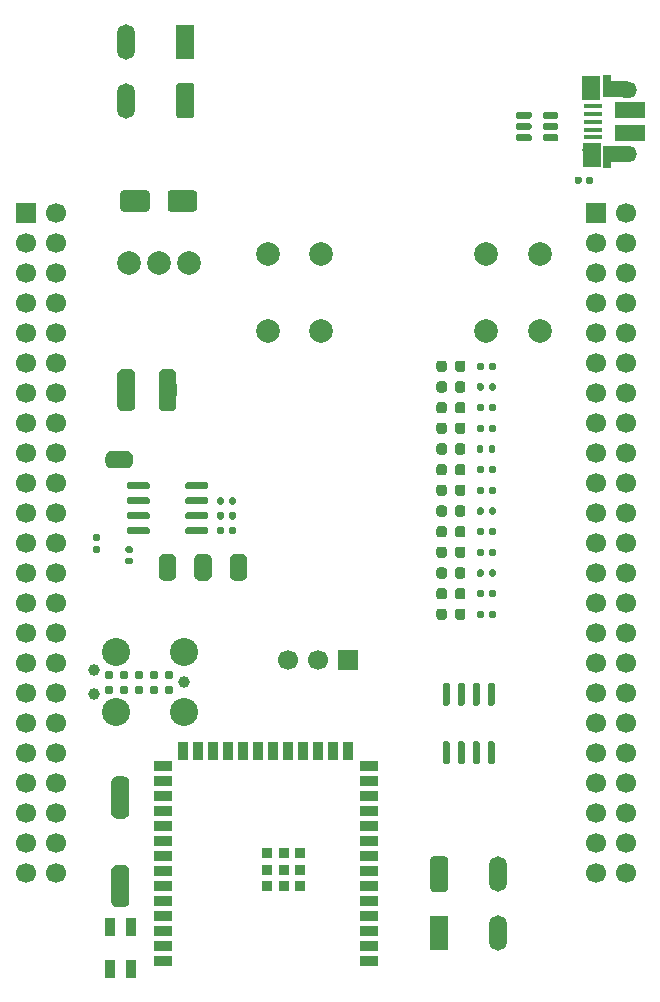
<source format=gts>
G04 #@! TF.GenerationSoftware,KiCad,Pcbnew,9.0.1+1*
G04 #@! TF.CreationDate,2025-11-21T01:45:35+00:00*
G04 #@! TF.ProjectId,com4bbb,636f6d34-6262-4622-9e6b-696361645f70,rev?*
G04 #@! TF.SameCoordinates,Original*
G04 #@! TF.FileFunction,Soldermask,Top*
G04 #@! TF.FilePolarity,Negative*
%FSLAX46Y46*%
G04 Gerber Fmt 4.6, Leading zero omitted, Abs format (unit mm)*
G04 Created by KiCad (PCBNEW 9.0.1+1) date 2025-11-21 01:45:35*
%MOMM*%
%LPD*%
G01*
G04 APERTURE LIST*
%ADD10R,1.700000X1.700000*%
%ADD11C,1.700000*%
%ADD12R,1.500000X3.000000*%
%ADD13O,1.500000X3.000000*%
%ADD14R,1.500000X1.000000*%
%ADD15C,2.000000*%
%ADD16R,0.850000X1.600000*%
%ADD17R,1.500000X0.900000*%
%ADD18R,0.900000X1.500000*%
%ADD19R,0.900000X0.900000*%
%ADD20C,2.374900*%
%ADD21C,0.990600*%
%ADD22C,0.787400*%
%ADD23R,1.650000X0.400000*%
%ADD24R,0.700000X1.825000*%
%ADD25R,1.500000X2.000000*%
%ADD26R,2.000000X1.350000*%
%ADD27O,1.700000X1.350000*%
%ADD28O,1.500000X1.100000*%
%ADD29R,2.500000X1.430000*%
G04 APERTURE END LIST*
G36*
X124120100Y-78132400D02*
G01*
X125620100Y-78132400D01*
X125620100Y-76632400D01*
X124120100Y-76632400D01*
X124120100Y-78132400D01*
G37*
G36*
X129120100Y-76632400D02*
G01*
X127620100Y-76632400D01*
X127620100Y-78132400D01*
X129120100Y-78132400D01*
X129120100Y-76632400D01*
G37*
G36*
X123620100Y-120132400D02*
G01*
X125120100Y-120132400D01*
X125120100Y-118632400D01*
X123620100Y-118632400D01*
X123620100Y-120132400D01*
G37*
G36*
X123620100Y-112632400D02*
G01*
X125120100Y-112632400D01*
X125120100Y-111132400D01*
X123620100Y-111132400D01*
X123620100Y-112632400D01*
G37*
G36*
X129120100Y-92232400D02*
G01*
X127620100Y-92232400D01*
X127620100Y-92532400D01*
X129120100Y-92532400D01*
X129120100Y-92232400D01*
G37*
G36*
X135120100Y-92232400D02*
G01*
X133620100Y-92232400D01*
X133620100Y-92532400D01*
X135120100Y-92532400D01*
X135120100Y-92232400D01*
G37*
G36*
X132120100Y-92232400D02*
G01*
X130620100Y-92232400D01*
X130620100Y-92532400D01*
X132120100Y-92532400D01*
X132120100Y-92232400D01*
G37*
G36*
X124120100Y-82532400D02*
G01*
X124420100Y-82532400D01*
X124420100Y-84032400D01*
X124120100Y-84032400D01*
X124120100Y-82532400D01*
G37*
D10*
X164630100Y-62382400D03*
D11*
X167170100Y-62382400D03*
X164630100Y-64922400D03*
X167170100Y-64922400D03*
X164630100Y-67462400D03*
X167170100Y-67462400D03*
X164630100Y-70002400D03*
X167170100Y-70002400D03*
X164630100Y-72542400D03*
X167170100Y-72542400D03*
X164630100Y-75082400D03*
X167170100Y-75082400D03*
X164630100Y-77622400D03*
X167170100Y-77622400D03*
X164630100Y-80162400D03*
X167170100Y-80162400D03*
X164630100Y-82702400D03*
X167170100Y-82702400D03*
X164630100Y-85242400D03*
X167170100Y-85242400D03*
X164630100Y-87782400D03*
X167170100Y-87782400D03*
X164630100Y-90322400D03*
X167170100Y-90322400D03*
X164630100Y-92862400D03*
X167170100Y-92862400D03*
X164630100Y-95402400D03*
X167170100Y-95402400D03*
X164630100Y-97942400D03*
X167170100Y-97942400D03*
X164630100Y-100482400D03*
X167170100Y-100482400D03*
X164630100Y-103022400D03*
X167170100Y-103022400D03*
X164630100Y-105562400D03*
X167170100Y-105562400D03*
X164630100Y-108102400D03*
X167170100Y-108102400D03*
X164630100Y-110642400D03*
X167170100Y-110642400D03*
X164630100Y-113182400D03*
X167170100Y-113182400D03*
X164630100Y-115722400D03*
X167170100Y-115722400D03*
X164630100Y-118262400D03*
X167170100Y-118262400D03*
D10*
X116370100Y-62382400D03*
D11*
X118910100Y-62382400D03*
X116370100Y-64922400D03*
X118910100Y-64922400D03*
X116370100Y-67462400D03*
X118910100Y-67462400D03*
X116370100Y-70002400D03*
X118910100Y-70002400D03*
X116370100Y-72542400D03*
X118910100Y-72542400D03*
X116370100Y-75082400D03*
X118910100Y-75082400D03*
X116370100Y-77622400D03*
X118910100Y-77622400D03*
X116370100Y-80162400D03*
X118910100Y-80162400D03*
X116370100Y-82702400D03*
X118910100Y-82702400D03*
X116370100Y-85242400D03*
X118910100Y-85242400D03*
X116370100Y-87782400D03*
X118910100Y-87782400D03*
X116370100Y-90322400D03*
X118910100Y-90322400D03*
X116370100Y-92862400D03*
X118910100Y-92862400D03*
X116370100Y-95402400D03*
X118910100Y-95402400D03*
X116370100Y-97942400D03*
X118910100Y-97942400D03*
X116370100Y-100482400D03*
X118910100Y-100482400D03*
X116370100Y-103022400D03*
X118910100Y-103022400D03*
X116370100Y-105562400D03*
X118910100Y-105562400D03*
X116370100Y-108102400D03*
X118910100Y-108102400D03*
X116370100Y-110642400D03*
X118910100Y-110642400D03*
X116370100Y-113182400D03*
X118910100Y-113182400D03*
X116370100Y-115722400D03*
X118910100Y-115722400D03*
X116370100Y-118262400D03*
X118910100Y-118262400D03*
G36*
G01*
X124950100Y-90622400D02*
X125290100Y-90622400D01*
G75*
G02*
X125430100Y-90762400I0J-140000D01*
G01*
X125430100Y-91042400D01*
G75*
G02*
X125290100Y-91182400I-140000J0D01*
G01*
X124950100Y-91182400D01*
G75*
G02*
X124810100Y-91042400I0J140000D01*
G01*
X124810100Y-90762400D01*
G75*
G02*
X124950100Y-90622400I140000J0D01*
G01*
G37*
G36*
G01*
X124950100Y-91582400D02*
X125290100Y-91582400D01*
G75*
G02*
X125430100Y-91722400I0J-140000D01*
G01*
X125430100Y-92002400D01*
G75*
G02*
X125290100Y-92142400I-140000J0D01*
G01*
X124950100Y-92142400D01*
G75*
G02*
X124810100Y-92002400I0J140000D01*
G01*
X124810100Y-91722400D01*
G75*
G02*
X124950100Y-91582400I140000J0D01*
G01*
G37*
G36*
G01*
X150620100Y-119632399D02*
X150620100Y-117132401D01*
G75*
G02*
X150870101Y-116882400I250001J0D01*
G01*
X151870099Y-116882400D01*
G75*
G02*
X152120100Y-117132401I0J-250001D01*
G01*
X152120100Y-119632399D01*
G75*
G02*
X151870099Y-119882400I-250001J0D01*
G01*
X150870101Y-119882400D01*
G75*
G02*
X150620100Y-119632399I0J250001D01*
G01*
G37*
D12*
X151370100Y-123382400D03*
D13*
X156370100Y-118382400D03*
X156370100Y-123382400D03*
G36*
X125620100Y-78132400D02*
G01*
X125620100Y-78682400D01*
X125615822Y-78682400D01*
X125615822Y-78747663D01*
X125582040Y-78873742D01*
X125516777Y-78986781D01*
X125424481Y-79079077D01*
X125311442Y-79144340D01*
X125185363Y-79178122D01*
X125120100Y-79178122D01*
X125120100Y-79182400D01*
X124620100Y-79182400D01*
X124620100Y-79178122D01*
X124554837Y-79178122D01*
X124428758Y-79144340D01*
X124315719Y-79079077D01*
X124223423Y-78986781D01*
X124158160Y-78873742D01*
X124124378Y-78747663D01*
X124124378Y-78682400D01*
X124120100Y-78682400D01*
X124120100Y-78132400D01*
X125620100Y-78132400D01*
G37*
D14*
X124870100Y-77382400D03*
G36*
X124124378Y-76082400D02*
G01*
X124124378Y-76017137D01*
X124158160Y-75891058D01*
X124223423Y-75778019D01*
X124315719Y-75685723D01*
X124428758Y-75620460D01*
X124554837Y-75586678D01*
X124620100Y-75586678D01*
X124620100Y-75582400D01*
X125120100Y-75582400D01*
X125120100Y-75586678D01*
X125185363Y-75586678D01*
X125311442Y-75620460D01*
X125424481Y-75685723D01*
X125516777Y-75778019D01*
X125582040Y-75891058D01*
X125615822Y-76017137D01*
X125615822Y-76082400D01*
X125620100Y-76082400D01*
X125620100Y-76632400D01*
X124120100Y-76632400D01*
X124120100Y-76082400D01*
X124124378Y-76082400D01*
G37*
G36*
X127620100Y-76632400D02*
G01*
X127620100Y-76082400D01*
X127624378Y-76082400D01*
X127624378Y-76017137D01*
X127658160Y-75891058D01*
X127723423Y-75778019D01*
X127815719Y-75685723D01*
X127928758Y-75620460D01*
X128054837Y-75586678D01*
X128120100Y-75586678D01*
X128120100Y-75582400D01*
X128620100Y-75582400D01*
X128620100Y-75586678D01*
X128685363Y-75586678D01*
X128811442Y-75620460D01*
X128924481Y-75685723D01*
X129016777Y-75778019D01*
X129082040Y-75891058D01*
X129115822Y-76017137D01*
X129115822Y-76082400D01*
X129120100Y-76082400D01*
X129120100Y-76632400D01*
X127620100Y-76632400D01*
G37*
X128370100Y-77382400D03*
G36*
X129115822Y-78682400D02*
G01*
X129115822Y-78747663D01*
X129082040Y-78873742D01*
X129016777Y-78986781D01*
X128924481Y-79079077D01*
X128811442Y-79144340D01*
X128685363Y-79178122D01*
X128620100Y-79178122D01*
X128620100Y-79182400D01*
X128120100Y-79182400D01*
X128120100Y-79178122D01*
X128054837Y-79178122D01*
X127928758Y-79144340D01*
X127815719Y-79079077D01*
X127723423Y-78986781D01*
X127658160Y-78873742D01*
X127624378Y-78747663D01*
X127624378Y-78682400D01*
X127620100Y-78682400D01*
X127620100Y-78132400D01*
X129120100Y-78132400D01*
X129120100Y-78682400D01*
X129115822Y-78682400D01*
G37*
G36*
X125120100Y-120132400D02*
G01*
X125120100Y-120682400D01*
X125115822Y-120682400D01*
X125115822Y-120747663D01*
X125082040Y-120873742D01*
X125016777Y-120986781D01*
X124924481Y-121079077D01*
X124811442Y-121144340D01*
X124685363Y-121178122D01*
X124620100Y-121178122D01*
X124620100Y-121182400D01*
X124120100Y-121182400D01*
X124120100Y-121178122D01*
X124054837Y-121178122D01*
X123928758Y-121144340D01*
X123815719Y-121079077D01*
X123723423Y-120986781D01*
X123658160Y-120873742D01*
X123624378Y-120747663D01*
X123624378Y-120682400D01*
X123620100Y-120682400D01*
X123620100Y-120132400D01*
X125120100Y-120132400D01*
G37*
X124370100Y-119382400D03*
G36*
X123624378Y-118082400D02*
G01*
X123624378Y-118017137D01*
X123658160Y-117891058D01*
X123723423Y-117778019D01*
X123815719Y-117685723D01*
X123928758Y-117620460D01*
X124054837Y-117586678D01*
X124120100Y-117586678D01*
X124120100Y-117582400D01*
X124620100Y-117582400D01*
X124620100Y-117586678D01*
X124685363Y-117586678D01*
X124811442Y-117620460D01*
X124924481Y-117685723D01*
X125016777Y-117778019D01*
X125082040Y-117891058D01*
X125115822Y-118017137D01*
X125115822Y-118082400D01*
X125120100Y-118082400D01*
X125120100Y-118632400D01*
X123620100Y-118632400D01*
X123620100Y-118082400D01*
X123624378Y-118082400D01*
G37*
G36*
X125120100Y-112632400D02*
G01*
X125120100Y-113182400D01*
X125115822Y-113182400D01*
X125115822Y-113247663D01*
X125082040Y-113373742D01*
X125016777Y-113486781D01*
X124924481Y-113579077D01*
X124811442Y-113644340D01*
X124685363Y-113678122D01*
X124620100Y-113678122D01*
X124620100Y-113682400D01*
X124120100Y-113682400D01*
X124120100Y-113678122D01*
X124054837Y-113678122D01*
X123928758Y-113644340D01*
X123815719Y-113579077D01*
X123723423Y-113486781D01*
X123658160Y-113373742D01*
X123624378Y-113247663D01*
X123624378Y-113182400D01*
X123620100Y-113182400D01*
X123620100Y-112632400D01*
X125120100Y-112632400D01*
G37*
X124370100Y-111882400D03*
G36*
X123624378Y-110582400D02*
G01*
X123624378Y-110517137D01*
X123658160Y-110391058D01*
X123723423Y-110278019D01*
X123815719Y-110185723D01*
X123928758Y-110120460D01*
X124054837Y-110086678D01*
X124120100Y-110086678D01*
X124120100Y-110082400D01*
X124620100Y-110082400D01*
X124620100Y-110086678D01*
X124685363Y-110086678D01*
X124811442Y-110120460D01*
X124924481Y-110185723D01*
X125016777Y-110278019D01*
X125082040Y-110391058D01*
X125115822Y-110517137D01*
X125115822Y-110582400D01*
X125120100Y-110582400D01*
X125120100Y-111132400D01*
X123620100Y-111132400D01*
X123620100Y-110582400D01*
X123624378Y-110582400D01*
G37*
G36*
X127620100Y-92232400D02*
G01*
X127620100Y-91732400D01*
X127624378Y-91732400D01*
X127624378Y-91667137D01*
X127658160Y-91541058D01*
X127723423Y-91428019D01*
X127815719Y-91335723D01*
X127928758Y-91270460D01*
X128054837Y-91236678D01*
X128120100Y-91236678D01*
X128120100Y-91232400D01*
X128620100Y-91232400D01*
X128620100Y-91236678D01*
X128685363Y-91236678D01*
X128811442Y-91270460D01*
X128924481Y-91335723D01*
X129016777Y-91428019D01*
X129082040Y-91541058D01*
X129115822Y-91667137D01*
X129115822Y-91732400D01*
X129120100Y-91732400D01*
X129120100Y-92232400D01*
X127620100Y-92232400D01*
G37*
G36*
X129115822Y-93032400D02*
G01*
X129115822Y-93097663D01*
X129082040Y-93223742D01*
X129016777Y-93336781D01*
X128924481Y-93429077D01*
X128811442Y-93494340D01*
X128685363Y-93528122D01*
X128620100Y-93528122D01*
X128620100Y-93532400D01*
X128120100Y-93532400D01*
X128120100Y-93528122D01*
X128054837Y-93528122D01*
X127928758Y-93494340D01*
X127815719Y-93429077D01*
X127723423Y-93336781D01*
X127658160Y-93223742D01*
X127624378Y-93097663D01*
X127624378Y-93032400D01*
X127620100Y-93032400D01*
X127620100Y-92532400D01*
X129120100Y-92532400D01*
X129120100Y-93032400D01*
X129115822Y-93032400D01*
G37*
G36*
X133620100Y-92232400D02*
G01*
X133620100Y-91732400D01*
X133624378Y-91732400D01*
X133624378Y-91667137D01*
X133658160Y-91541058D01*
X133723423Y-91428019D01*
X133815719Y-91335723D01*
X133928758Y-91270460D01*
X134054837Y-91236678D01*
X134120100Y-91236678D01*
X134120100Y-91232400D01*
X134620100Y-91232400D01*
X134620100Y-91236678D01*
X134685363Y-91236678D01*
X134811442Y-91270460D01*
X134924481Y-91335723D01*
X135016777Y-91428019D01*
X135082040Y-91541058D01*
X135115822Y-91667137D01*
X135115822Y-91732400D01*
X135120100Y-91732400D01*
X135120100Y-92232400D01*
X133620100Y-92232400D01*
G37*
G36*
X135115822Y-93032400D02*
G01*
X135115822Y-93097663D01*
X135082040Y-93223742D01*
X135016777Y-93336781D01*
X134924481Y-93429077D01*
X134811442Y-93494340D01*
X134685363Y-93528122D01*
X134620100Y-93528122D01*
X134620100Y-93532400D01*
X134120100Y-93532400D01*
X134120100Y-93528122D01*
X134054837Y-93528122D01*
X133928758Y-93494340D01*
X133815719Y-93429077D01*
X133723423Y-93336781D01*
X133658160Y-93223742D01*
X133624378Y-93097663D01*
X133624378Y-93032400D01*
X133620100Y-93032400D01*
X133620100Y-92532400D01*
X135120100Y-92532400D01*
X135120100Y-93032400D01*
X135115822Y-93032400D01*
G37*
G36*
G01*
X154590100Y-75567400D02*
X154590100Y-75197400D01*
G75*
G02*
X154725100Y-75062400I135000J0D01*
G01*
X154995100Y-75062400D01*
G75*
G02*
X155130100Y-75197400I0J-135000D01*
G01*
X155130100Y-75567400D01*
G75*
G02*
X154995100Y-75702400I-135000J0D01*
G01*
X154725100Y-75702400D01*
G75*
G02*
X154590100Y-75567400I0J135000D01*
G01*
G37*
G36*
G01*
X155610100Y-75567400D02*
X155610100Y-75197400D01*
G75*
G02*
X155745100Y-75062400I135000J0D01*
G01*
X156015100Y-75062400D01*
G75*
G02*
X156150100Y-75197400I0J-135000D01*
G01*
X156150100Y-75567400D01*
G75*
G02*
X156015100Y-75702400I-135000J0D01*
G01*
X155745100Y-75702400D01*
G75*
G02*
X155610100Y-75567400I0J135000D01*
G01*
G37*
G36*
G01*
X154590100Y-77317400D02*
X154590100Y-76947400D01*
G75*
G02*
X154725100Y-76812400I135000J0D01*
G01*
X154995100Y-76812400D01*
G75*
G02*
X155130100Y-76947400I0J-135000D01*
G01*
X155130100Y-77317400D01*
G75*
G02*
X154995100Y-77452400I-135000J0D01*
G01*
X154725100Y-77452400D01*
G75*
G02*
X154590100Y-77317400I0J135000D01*
G01*
G37*
G36*
G01*
X155610100Y-77317400D02*
X155610100Y-76947400D01*
G75*
G02*
X155745100Y-76812400I135000J0D01*
G01*
X156015100Y-76812400D01*
G75*
G02*
X156150100Y-76947400I0J-135000D01*
G01*
X156150100Y-77317400D01*
G75*
G02*
X156015100Y-77452400I-135000J0D01*
G01*
X155745100Y-77452400D01*
G75*
G02*
X155610100Y-77317400I0J135000D01*
G01*
G37*
G36*
G01*
X154590100Y-80817400D02*
X154590100Y-80447400D01*
G75*
G02*
X154725100Y-80312400I135000J0D01*
G01*
X154995100Y-80312400D01*
G75*
G02*
X155130100Y-80447400I0J-135000D01*
G01*
X155130100Y-80817400D01*
G75*
G02*
X154995100Y-80952400I-135000J0D01*
G01*
X154725100Y-80952400D01*
G75*
G02*
X154590100Y-80817400I0J135000D01*
G01*
G37*
G36*
G01*
X155610100Y-80817400D02*
X155610100Y-80447400D01*
G75*
G02*
X155745100Y-80312400I135000J0D01*
G01*
X156015100Y-80312400D01*
G75*
G02*
X156150100Y-80447400I0J-135000D01*
G01*
X156150100Y-80817400D01*
G75*
G02*
X156015100Y-80952400I-135000J0D01*
G01*
X155745100Y-80952400D01*
G75*
G02*
X155610100Y-80817400I0J135000D01*
G01*
G37*
D15*
X155370100Y-72382400D03*
X155370100Y-65882400D03*
X159870100Y-72382400D03*
X159870100Y-65882400D03*
X136870100Y-72382400D03*
X136870100Y-65882400D03*
X141370100Y-72382400D03*
X141370100Y-65882400D03*
G36*
G01*
X131820100Y-89137400D02*
X131820100Y-89437400D01*
G75*
G02*
X131670100Y-89587400I-150000J0D01*
G01*
X130020100Y-89587400D01*
G75*
G02*
X129870100Y-89437400I0J150000D01*
G01*
X129870100Y-89137400D01*
G75*
G02*
X130020100Y-88987400I150000J0D01*
G01*
X131670100Y-88987400D01*
G75*
G02*
X131820100Y-89137400I0J-150000D01*
G01*
G37*
G36*
G01*
X131820100Y-87867400D02*
X131820100Y-88167400D01*
G75*
G02*
X131670100Y-88317400I-150000J0D01*
G01*
X130020100Y-88317400D01*
G75*
G02*
X129870100Y-88167400I0J150000D01*
G01*
X129870100Y-87867400D01*
G75*
G02*
X130020100Y-87717400I150000J0D01*
G01*
X131670100Y-87717400D01*
G75*
G02*
X131820100Y-87867400I0J-150000D01*
G01*
G37*
G36*
G01*
X131820100Y-86597400D02*
X131820100Y-86897400D01*
G75*
G02*
X131670100Y-87047400I-150000J0D01*
G01*
X130020100Y-87047400D01*
G75*
G02*
X129870100Y-86897400I0J150000D01*
G01*
X129870100Y-86597400D01*
G75*
G02*
X130020100Y-86447400I150000J0D01*
G01*
X131670100Y-86447400D01*
G75*
G02*
X131820100Y-86597400I0J-150000D01*
G01*
G37*
G36*
G01*
X131820100Y-85327400D02*
X131820100Y-85627400D01*
G75*
G02*
X131670100Y-85777400I-150000J0D01*
G01*
X130020100Y-85777400D01*
G75*
G02*
X129870100Y-85627400I0J150000D01*
G01*
X129870100Y-85327400D01*
G75*
G02*
X130020100Y-85177400I150000J0D01*
G01*
X131670100Y-85177400D01*
G75*
G02*
X131820100Y-85327400I0J-150000D01*
G01*
G37*
G36*
G01*
X126870100Y-85327400D02*
X126870100Y-85627400D01*
G75*
G02*
X126720100Y-85777400I-150000J0D01*
G01*
X125070100Y-85777400D01*
G75*
G02*
X124920100Y-85627400I0J150000D01*
G01*
X124920100Y-85327400D01*
G75*
G02*
X125070100Y-85177400I150000J0D01*
G01*
X126720100Y-85177400D01*
G75*
G02*
X126870100Y-85327400I0J-150000D01*
G01*
G37*
G36*
G01*
X126870100Y-86597400D02*
X126870100Y-86897400D01*
G75*
G02*
X126720100Y-87047400I-150000J0D01*
G01*
X125070100Y-87047400D01*
G75*
G02*
X124920100Y-86897400I0J150000D01*
G01*
X124920100Y-86597400D01*
G75*
G02*
X125070100Y-86447400I150000J0D01*
G01*
X126720100Y-86447400D01*
G75*
G02*
X126870100Y-86597400I0J-150000D01*
G01*
G37*
G36*
G01*
X126870100Y-87867400D02*
X126870100Y-88167400D01*
G75*
G02*
X126720100Y-88317400I-150000J0D01*
G01*
X125070100Y-88317400D01*
G75*
G02*
X124920100Y-88167400I0J150000D01*
G01*
X124920100Y-87867400D01*
G75*
G02*
X125070100Y-87717400I150000J0D01*
G01*
X126720100Y-87717400D01*
G75*
G02*
X126870100Y-87867400I0J-150000D01*
G01*
G37*
G36*
G01*
X126870100Y-89137400D02*
X126870100Y-89437400D01*
G75*
G02*
X126720100Y-89587400I-150000J0D01*
G01*
X125070100Y-89587400D01*
G75*
G02*
X124920100Y-89437400I0J150000D01*
G01*
X124920100Y-89137400D01*
G75*
G02*
X125070100Y-88987400I150000J0D01*
G01*
X126720100Y-88987400D01*
G75*
G02*
X126870100Y-89137400I0J-150000D01*
G01*
G37*
G36*
G01*
X153595100Y-75126150D02*
X153595100Y-75638650D01*
G75*
G02*
X153376350Y-75857400I-218750J0D01*
G01*
X152938850Y-75857400D01*
G75*
G02*
X152720100Y-75638650I0J218750D01*
G01*
X152720100Y-75126150D01*
G75*
G02*
X152938850Y-74907400I218750J0D01*
G01*
X153376350Y-74907400D01*
G75*
G02*
X153595100Y-75126150I0J-218750D01*
G01*
G37*
G36*
G01*
X152020100Y-75126150D02*
X152020100Y-75638650D01*
G75*
G02*
X151801350Y-75857400I-218750J0D01*
G01*
X151363850Y-75857400D01*
G75*
G02*
X151145100Y-75638650I0J218750D01*
G01*
X151145100Y-75126150D01*
G75*
G02*
X151363850Y-74907400I218750J0D01*
G01*
X151801350Y-74907400D01*
G75*
G02*
X152020100Y-75126150I0J-218750D01*
G01*
G37*
G36*
G01*
X153595100Y-76876150D02*
X153595100Y-77388650D01*
G75*
G02*
X153376350Y-77607400I-218750J0D01*
G01*
X152938850Y-77607400D01*
G75*
G02*
X152720100Y-77388650I0J218750D01*
G01*
X152720100Y-76876150D01*
G75*
G02*
X152938850Y-76657400I218750J0D01*
G01*
X153376350Y-76657400D01*
G75*
G02*
X153595100Y-76876150I0J-218750D01*
G01*
G37*
G36*
G01*
X152020100Y-76876150D02*
X152020100Y-77388650D01*
G75*
G02*
X151801350Y-77607400I-218750J0D01*
G01*
X151363850Y-77607400D01*
G75*
G02*
X151145100Y-77388650I0J218750D01*
G01*
X151145100Y-76876150D01*
G75*
G02*
X151363850Y-76657400I218750J0D01*
G01*
X151801350Y-76657400D01*
G75*
G02*
X152020100Y-76876150I0J-218750D01*
G01*
G37*
G36*
G01*
X153595100Y-78626150D02*
X153595100Y-79138650D01*
G75*
G02*
X153376350Y-79357400I-218750J0D01*
G01*
X152938850Y-79357400D01*
G75*
G02*
X152720100Y-79138650I0J218750D01*
G01*
X152720100Y-78626150D01*
G75*
G02*
X152938850Y-78407400I218750J0D01*
G01*
X153376350Y-78407400D01*
G75*
G02*
X153595100Y-78626150I0J-218750D01*
G01*
G37*
G36*
G01*
X152020100Y-78626150D02*
X152020100Y-79138650D01*
G75*
G02*
X151801350Y-79357400I-218750J0D01*
G01*
X151363850Y-79357400D01*
G75*
G02*
X151145100Y-79138650I0J218750D01*
G01*
X151145100Y-78626150D01*
G75*
G02*
X151363850Y-78407400I218750J0D01*
G01*
X151801350Y-78407400D01*
G75*
G02*
X152020100Y-78626150I0J-218750D01*
G01*
G37*
G36*
G01*
X153595100Y-80376150D02*
X153595100Y-80888650D01*
G75*
G02*
X153376350Y-81107400I-218750J0D01*
G01*
X152938850Y-81107400D01*
G75*
G02*
X152720100Y-80888650I0J218750D01*
G01*
X152720100Y-80376150D01*
G75*
G02*
X152938850Y-80157400I218750J0D01*
G01*
X153376350Y-80157400D01*
G75*
G02*
X153595100Y-80376150I0J-218750D01*
G01*
G37*
G36*
G01*
X152020100Y-80376150D02*
X152020100Y-80888650D01*
G75*
G02*
X151801350Y-81107400I-218750J0D01*
G01*
X151363850Y-81107400D01*
G75*
G02*
X151145100Y-80888650I0J218750D01*
G01*
X151145100Y-80376150D01*
G75*
G02*
X151363850Y-80157400I218750J0D01*
G01*
X151801350Y-80157400D01*
G75*
G02*
X152020100Y-80376150I0J-218750D01*
G01*
G37*
G36*
G01*
X153595100Y-82126150D02*
X153595100Y-82638650D01*
G75*
G02*
X153376350Y-82857400I-218750J0D01*
G01*
X152938850Y-82857400D01*
G75*
G02*
X152720100Y-82638650I0J218750D01*
G01*
X152720100Y-82126150D01*
G75*
G02*
X152938850Y-81907400I218750J0D01*
G01*
X153376350Y-81907400D01*
G75*
G02*
X153595100Y-82126150I0J-218750D01*
G01*
G37*
G36*
G01*
X152020100Y-82126150D02*
X152020100Y-82638650D01*
G75*
G02*
X151801350Y-82857400I-218750J0D01*
G01*
X151363850Y-82857400D01*
G75*
G02*
X151145100Y-82638650I0J218750D01*
G01*
X151145100Y-82126150D01*
G75*
G02*
X151363850Y-81907400I218750J0D01*
G01*
X151801350Y-81907400D01*
G75*
G02*
X152020100Y-82126150I0J-218750D01*
G01*
G37*
G36*
G01*
X153595100Y-83876150D02*
X153595100Y-84388650D01*
G75*
G02*
X153376350Y-84607400I-218750J0D01*
G01*
X152938850Y-84607400D01*
G75*
G02*
X152720100Y-84388650I0J218750D01*
G01*
X152720100Y-83876150D01*
G75*
G02*
X152938850Y-83657400I218750J0D01*
G01*
X153376350Y-83657400D01*
G75*
G02*
X153595100Y-83876150I0J-218750D01*
G01*
G37*
G36*
G01*
X152020100Y-83876150D02*
X152020100Y-84388650D01*
G75*
G02*
X151801350Y-84607400I-218750J0D01*
G01*
X151363850Y-84607400D01*
G75*
G02*
X151145100Y-84388650I0J218750D01*
G01*
X151145100Y-83876150D01*
G75*
G02*
X151363850Y-83657400I218750J0D01*
G01*
X151801350Y-83657400D01*
G75*
G02*
X152020100Y-83876150I0J-218750D01*
G01*
G37*
G36*
G01*
X153595100Y-85626150D02*
X153595100Y-86138650D01*
G75*
G02*
X153376350Y-86357400I-218750J0D01*
G01*
X152938850Y-86357400D01*
G75*
G02*
X152720100Y-86138650I0J218750D01*
G01*
X152720100Y-85626150D01*
G75*
G02*
X152938850Y-85407400I218750J0D01*
G01*
X153376350Y-85407400D01*
G75*
G02*
X153595100Y-85626150I0J-218750D01*
G01*
G37*
G36*
G01*
X152020100Y-85626150D02*
X152020100Y-86138650D01*
G75*
G02*
X151801350Y-86357400I-218750J0D01*
G01*
X151363850Y-86357400D01*
G75*
G02*
X151145100Y-86138650I0J218750D01*
G01*
X151145100Y-85626150D01*
G75*
G02*
X151363850Y-85407400I218750J0D01*
G01*
X151801350Y-85407400D01*
G75*
G02*
X152020100Y-85626150I0J-218750D01*
G01*
G37*
G36*
G01*
X153595100Y-87376150D02*
X153595100Y-87888650D01*
G75*
G02*
X153376350Y-88107400I-218750J0D01*
G01*
X152938850Y-88107400D01*
G75*
G02*
X152720100Y-87888650I0J218750D01*
G01*
X152720100Y-87376150D01*
G75*
G02*
X152938850Y-87157400I218750J0D01*
G01*
X153376350Y-87157400D01*
G75*
G02*
X153595100Y-87376150I0J-218750D01*
G01*
G37*
G36*
G01*
X152020100Y-87376150D02*
X152020100Y-87888650D01*
G75*
G02*
X151801350Y-88107400I-218750J0D01*
G01*
X151363850Y-88107400D01*
G75*
G02*
X151145100Y-87888650I0J218750D01*
G01*
X151145100Y-87376150D01*
G75*
G02*
X151363850Y-87157400I218750J0D01*
G01*
X151801350Y-87157400D01*
G75*
G02*
X152020100Y-87376150I0J-218750D01*
G01*
G37*
G36*
G01*
X153595100Y-89126150D02*
X153595100Y-89638650D01*
G75*
G02*
X153376350Y-89857400I-218750J0D01*
G01*
X152938850Y-89857400D01*
G75*
G02*
X152720100Y-89638650I0J218750D01*
G01*
X152720100Y-89126150D01*
G75*
G02*
X152938850Y-88907400I218750J0D01*
G01*
X153376350Y-88907400D01*
G75*
G02*
X153595100Y-89126150I0J-218750D01*
G01*
G37*
G36*
G01*
X152020100Y-89126150D02*
X152020100Y-89638650D01*
G75*
G02*
X151801350Y-89857400I-218750J0D01*
G01*
X151363850Y-89857400D01*
G75*
G02*
X151145100Y-89638650I0J218750D01*
G01*
X151145100Y-89126150D01*
G75*
G02*
X151363850Y-88907400I218750J0D01*
G01*
X151801350Y-88907400D01*
G75*
G02*
X152020100Y-89126150I0J-218750D01*
G01*
G37*
G36*
G01*
X153595100Y-90876150D02*
X153595100Y-91388650D01*
G75*
G02*
X153376350Y-91607400I-218750J0D01*
G01*
X152938850Y-91607400D01*
G75*
G02*
X152720100Y-91388650I0J218750D01*
G01*
X152720100Y-90876150D01*
G75*
G02*
X152938850Y-90657400I218750J0D01*
G01*
X153376350Y-90657400D01*
G75*
G02*
X153595100Y-90876150I0J-218750D01*
G01*
G37*
G36*
G01*
X152020100Y-90876150D02*
X152020100Y-91388650D01*
G75*
G02*
X151801350Y-91607400I-218750J0D01*
G01*
X151363850Y-91607400D01*
G75*
G02*
X151145100Y-91388650I0J218750D01*
G01*
X151145100Y-90876150D01*
G75*
G02*
X151363850Y-90657400I218750J0D01*
G01*
X151801350Y-90657400D01*
G75*
G02*
X152020100Y-90876150I0J-218750D01*
G01*
G37*
G36*
G01*
X153595100Y-92626150D02*
X153595100Y-93138650D01*
G75*
G02*
X153376350Y-93357400I-218750J0D01*
G01*
X152938850Y-93357400D01*
G75*
G02*
X152720100Y-93138650I0J218750D01*
G01*
X152720100Y-92626150D01*
G75*
G02*
X152938850Y-92407400I218750J0D01*
G01*
X153376350Y-92407400D01*
G75*
G02*
X153595100Y-92626150I0J-218750D01*
G01*
G37*
G36*
G01*
X152020100Y-92626150D02*
X152020100Y-93138650D01*
G75*
G02*
X151801350Y-93357400I-218750J0D01*
G01*
X151363850Y-93357400D01*
G75*
G02*
X151145100Y-93138650I0J218750D01*
G01*
X151145100Y-92626150D01*
G75*
G02*
X151363850Y-92407400I218750J0D01*
G01*
X151801350Y-92407400D01*
G75*
G02*
X152020100Y-92626150I0J-218750D01*
G01*
G37*
G36*
G01*
X153595100Y-94376150D02*
X153595100Y-94888650D01*
G75*
G02*
X153376350Y-95107400I-218750J0D01*
G01*
X152938850Y-95107400D01*
G75*
G02*
X152720100Y-94888650I0J218750D01*
G01*
X152720100Y-94376150D01*
G75*
G02*
X152938850Y-94157400I218750J0D01*
G01*
X153376350Y-94157400D01*
G75*
G02*
X153595100Y-94376150I0J-218750D01*
G01*
G37*
G36*
G01*
X152020100Y-94376150D02*
X152020100Y-94888650D01*
G75*
G02*
X151801350Y-95107400I-218750J0D01*
G01*
X151363850Y-95107400D01*
G75*
G02*
X151145100Y-94888650I0J218750D01*
G01*
X151145100Y-94376150D01*
G75*
G02*
X151363850Y-94157400I218750J0D01*
G01*
X151801350Y-94157400D01*
G75*
G02*
X152020100Y-94376150I0J-218750D01*
G01*
G37*
G36*
G01*
X153595100Y-96126150D02*
X153595100Y-96638650D01*
G75*
G02*
X153376350Y-96857400I-218750J0D01*
G01*
X152938850Y-96857400D01*
G75*
G02*
X152720100Y-96638650I0J218750D01*
G01*
X152720100Y-96126150D01*
G75*
G02*
X152938850Y-95907400I218750J0D01*
G01*
X153376350Y-95907400D01*
G75*
G02*
X153595100Y-96126150I0J-218750D01*
G01*
G37*
G36*
G01*
X152020100Y-96126150D02*
X152020100Y-96638650D01*
G75*
G02*
X151801350Y-96857400I-218750J0D01*
G01*
X151363850Y-96857400D01*
G75*
G02*
X151145100Y-96638650I0J218750D01*
G01*
X151145100Y-96126150D01*
G75*
G02*
X151363850Y-95907400I218750J0D01*
G01*
X151801350Y-95907400D01*
G75*
G02*
X152020100Y-96126150I0J-218750D01*
G01*
G37*
G36*
G01*
X154580100Y-82567400D02*
X154580100Y-82197400D01*
G75*
G02*
X154715100Y-82062400I135000J0D01*
G01*
X154985100Y-82062400D01*
G75*
G02*
X155120100Y-82197400I0J-135000D01*
G01*
X155120100Y-82567400D01*
G75*
G02*
X154985100Y-82702400I-135000J0D01*
G01*
X154715100Y-82702400D01*
G75*
G02*
X154580100Y-82567400I0J135000D01*
G01*
G37*
G36*
G01*
X155600100Y-82567400D02*
X155600100Y-82197400D01*
G75*
G02*
X155735100Y-82062400I135000J0D01*
G01*
X156005100Y-82062400D01*
G75*
G02*
X156140100Y-82197400I0J-135000D01*
G01*
X156140100Y-82567400D01*
G75*
G02*
X156005100Y-82702400I-135000J0D01*
G01*
X155735100Y-82702400D01*
G75*
G02*
X155600100Y-82567400I0J135000D01*
G01*
G37*
G36*
G01*
X154590100Y-84317400D02*
X154590100Y-83947400D01*
G75*
G02*
X154725100Y-83812400I135000J0D01*
G01*
X154995100Y-83812400D01*
G75*
G02*
X155130100Y-83947400I0J-135000D01*
G01*
X155130100Y-84317400D01*
G75*
G02*
X154995100Y-84452400I-135000J0D01*
G01*
X154725100Y-84452400D01*
G75*
G02*
X154590100Y-84317400I0J135000D01*
G01*
G37*
G36*
G01*
X155610100Y-84317400D02*
X155610100Y-83947400D01*
G75*
G02*
X155745100Y-83812400I135000J0D01*
G01*
X156015100Y-83812400D01*
G75*
G02*
X156150100Y-83947400I0J-135000D01*
G01*
X156150100Y-84317400D01*
G75*
G02*
X156015100Y-84452400I-135000J0D01*
G01*
X155745100Y-84452400D01*
G75*
G02*
X155610100Y-84317400I0J135000D01*
G01*
G37*
G36*
G01*
X154590100Y-86067400D02*
X154590100Y-85697400D01*
G75*
G02*
X154725100Y-85562400I135000J0D01*
G01*
X154995100Y-85562400D01*
G75*
G02*
X155130100Y-85697400I0J-135000D01*
G01*
X155130100Y-86067400D01*
G75*
G02*
X154995100Y-86202400I-135000J0D01*
G01*
X154725100Y-86202400D01*
G75*
G02*
X154590100Y-86067400I0J135000D01*
G01*
G37*
G36*
G01*
X155610100Y-86067400D02*
X155610100Y-85697400D01*
G75*
G02*
X155745100Y-85562400I135000J0D01*
G01*
X156015100Y-85562400D01*
G75*
G02*
X156150100Y-85697400I0J-135000D01*
G01*
X156150100Y-86067400D01*
G75*
G02*
X156015100Y-86202400I-135000J0D01*
G01*
X155745100Y-86202400D01*
G75*
G02*
X155610100Y-86067400I0J135000D01*
G01*
G37*
G36*
G01*
X154590100Y-87817400D02*
X154590100Y-87447400D01*
G75*
G02*
X154725100Y-87312400I135000J0D01*
G01*
X154995100Y-87312400D01*
G75*
G02*
X155130100Y-87447400I0J-135000D01*
G01*
X155130100Y-87817400D01*
G75*
G02*
X154995100Y-87952400I-135000J0D01*
G01*
X154725100Y-87952400D01*
G75*
G02*
X154590100Y-87817400I0J135000D01*
G01*
G37*
G36*
G01*
X155610100Y-87817400D02*
X155610100Y-87447400D01*
G75*
G02*
X155745100Y-87312400I135000J0D01*
G01*
X156015100Y-87312400D01*
G75*
G02*
X156150100Y-87447400I0J-135000D01*
G01*
X156150100Y-87817400D01*
G75*
G02*
X156015100Y-87952400I-135000J0D01*
G01*
X155745100Y-87952400D01*
G75*
G02*
X155610100Y-87817400I0J135000D01*
G01*
G37*
G36*
G01*
X154590100Y-89567400D02*
X154590100Y-89197400D01*
G75*
G02*
X154725100Y-89062400I135000J0D01*
G01*
X154995100Y-89062400D01*
G75*
G02*
X155130100Y-89197400I0J-135000D01*
G01*
X155130100Y-89567400D01*
G75*
G02*
X154995100Y-89702400I-135000J0D01*
G01*
X154725100Y-89702400D01*
G75*
G02*
X154590100Y-89567400I0J135000D01*
G01*
G37*
G36*
G01*
X155610100Y-89567400D02*
X155610100Y-89197400D01*
G75*
G02*
X155745100Y-89062400I135000J0D01*
G01*
X156015100Y-89062400D01*
G75*
G02*
X156150100Y-89197400I0J-135000D01*
G01*
X156150100Y-89567400D01*
G75*
G02*
X156015100Y-89702400I-135000J0D01*
G01*
X155745100Y-89702400D01*
G75*
G02*
X155610100Y-89567400I0J135000D01*
G01*
G37*
G36*
G01*
X154590100Y-91317400D02*
X154590100Y-90947400D01*
G75*
G02*
X154725100Y-90812400I135000J0D01*
G01*
X154995100Y-90812400D01*
G75*
G02*
X155130100Y-90947400I0J-135000D01*
G01*
X155130100Y-91317400D01*
G75*
G02*
X154995100Y-91452400I-135000J0D01*
G01*
X154725100Y-91452400D01*
G75*
G02*
X154590100Y-91317400I0J135000D01*
G01*
G37*
G36*
G01*
X155610100Y-91317400D02*
X155610100Y-90947400D01*
G75*
G02*
X155745100Y-90812400I135000J0D01*
G01*
X156015100Y-90812400D01*
G75*
G02*
X156150100Y-90947400I0J-135000D01*
G01*
X156150100Y-91317400D01*
G75*
G02*
X156015100Y-91452400I-135000J0D01*
G01*
X155745100Y-91452400D01*
G75*
G02*
X155610100Y-91317400I0J135000D01*
G01*
G37*
G36*
G01*
X154590100Y-93067400D02*
X154590100Y-92697400D01*
G75*
G02*
X154725100Y-92562400I135000J0D01*
G01*
X154995100Y-92562400D01*
G75*
G02*
X155130100Y-92697400I0J-135000D01*
G01*
X155130100Y-93067400D01*
G75*
G02*
X154995100Y-93202400I-135000J0D01*
G01*
X154725100Y-93202400D01*
G75*
G02*
X154590100Y-93067400I0J135000D01*
G01*
G37*
G36*
G01*
X155610100Y-93067400D02*
X155610100Y-92697400D01*
G75*
G02*
X155745100Y-92562400I135000J0D01*
G01*
X156015100Y-92562400D01*
G75*
G02*
X156150100Y-92697400I0J-135000D01*
G01*
X156150100Y-93067400D01*
G75*
G02*
X156015100Y-93202400I-135000J0D01*
G01*
X155745100Y-93202400D01*
G75*
G02*
X155610100Y-93067400I0J135000D01*
G01*
G37*
G36*
G01*
X154590100Y-94817400D02*
X154590100Y-94447400D01*
G75*
G02*
X154725100Y-94312400I135000J0D01*
G01*
X154995100Y-94312400D01*
G75*
G02*
X155130100Y-94447400I0J-135000D01*
G01*
X155130100Y-94817400D01*
G75*
G02*
X154995100Y-94952400I-135000J0D01*
G01*
X154725100Y-94952400D01*
G75*
G02*
X154590100Y-94817400I0J135000D01*
G01*
G37*
G36*
G01*
X155610100Y-94817400D02*
X155610100Y-94447400D01*
G75*
G02*
X155745100Y-94312400I135000J0D01*
G01*
X156015100Y-94312400D01*
G75*
G02*
X156150100Y-94447400I0J-135000D01*
G01*
X156150100Y-94817400D01*
G75*
G02*
X156015100Y-94952400I-135000J0D01*
G01*
X155745100Y-94952400D01*
G75*
G02*
X155610100Y-94817400I0J135000D01*
G01*
G37*
G36*
G01*
X154590100Y-96567400D02*
X154590100Y-96197400D01*
G75*
G02*
X154725100Y-96062400I135000J0D01*
G01*
X154995100Y-96062400D01*
G75*
G02*
X155130100Y-96197400I0J-135000D01*
G01*
X155130100Y-96567400D01*
G75*
G02*
X154995100Y-96702400I-135000J0D01*
G01*
X154725100Y-96702400D01*
G75*
G02*
X154590100Y-96567400I0J135000D01*
G01*
G37*
G36*
G01*
X155610100Y-96567400D02*
X155610100Y-96197400D01*
G75*
G02*
X155745100Y-96062400I135000J0D01*
G01*
X156015100Y-96062400D01*
G75*
G02*
X156150100Y-96197400I0J-135000D01*
G01*
X156150100Y-96567400D01*
G75*
G02*
X156015100Y-96702400I-135000J0D01*
G01*
X155745100Y-96702400D01*
G75*
G02*
X155610100Y-96567400I0J135000D01*
G01*
G37*
G36*
G01*
X134140100Y-86597400D02*
X134140100Y-86967400D01*
G75*
G02*
X134005100Y-87102400I-135000J0D01*
G01*
X133735100Y-87102400D01*
G75*
G02*
X133600100Y-86967400I0J135000D01*
G01*
X133600100Y-86597400D01*
G75*
G02*
X133735100Y-86462400I135000J0D01*
G01*
X134005100Y-86462400D01*
G75*
G02*
X134140100Y-86597400I0J-135000D01*
G01*
G37*
G36*
G01*
X133120100Y-86597400D02*
X133120100Y-86967400D01*
G75*
G02*
X132985100Y-87102400I-135000J0D01*
G01*
X132715100Y-87102400D01*
G75*
G02*
X132580100Y-86967400I0J135000D01*
G01*
X132580100Y-86597400D01*
G75*
G02*
X132715100Y-86462400I135000J0D01*
G01*
X132985100Y-86462400D01*
G75*
G02*
X133120100Y-86597400I0J-135000D01*
G01*
G37*
G36*
G01*
X134140100Y-87847400D02*
X134140100Y-88217400D01*
G75*
G02*
X134005100Y-88352400I-135000J0D01*
G01*
X133735100Y-88352400D01*
G75*
G02*
X133600100Y-88217400I0J135000D01*
G01*
X133600100Y-87847400D01*
G75*
G02*
X133735100Y-87712400I135000J0D01*
G01*
X134005100Y-87712400D01*
G75*
G02*
X134140100Y-87847400I0J-135000D01*
G01*
G37*
G36*
G01*
X133120100Y-87847400D02*
X133120100Y-88217400D01*
G75*
G02*
X132985100Y-88352400I-135000J0D01*
G01*
X132715100Y-88352400D01*
G75*
G02*
X132580100Y-88217400I0J135000D01*
G01*
X132580100Y-87847400D01*
G75*
G02*
X132715100Y-87712400I135000J0D01*
G01*
X132985100Y-87712400D01*
G75*
G02*
X133120100Y-87847400I0J-135000D01*
G01*
G37*
G36*
G01*
X134150100Y-89097400D02*
X134150100Y-89467400D01*
G75*
G02*
X134015100Y-89602400I-135000J0D01*
G01*
X133745100Y-89602400D01*
G75*
G02*
X133610100Y-89467400I0J135000D01*
G01*
X133610100Y-89097400D01*
G75*
G02*
X133745100Y-88962400I135000J0D01*
G01*
X134015100Y-88962400D01*
G75*
G02*
X134150100Y-89097400I0J-135000D01*
G01*
G37*
G36*
G01*
X133130100Y-89097400D02*
X133130100Y-89467400D01*
G75*
G02*
X132995100Y-89602400I-135000J0D01*
G01*
X132725100Y-89602400D01*
G75*
G02*
X132590100Y-89467400I0J135000D01*
G01*
X132590100Y-89097400D01*
G75*
G02*
X132725100Y-88962400I135000J0D01*
G01*
X132995100Y-88962400D01*
G75*
G02*
X133130100Y-89097400I0J-135000D01*
G01*
G37*
G36*
G01*
X122555100Y-91162400D02*
X122185100Y-91162400D01*
G75*
G02*
X122050100Y-91027400I0J135000D01*
G01*
X122050100Y-90757400D01*
G75*
G02*
X122185100Y-90622400I135000J0D01*
G01*
X122555100Y-90622400D01*
G75*
G02*
X122690100Y-90757400I0J-135000D01*
G01*
X122690100Y-91027400D01*
G75*
G02*
X122555100Y-91162400I-135000J0D01*
G01*
G37*
G36*
G01*
X122555100Y-90142400D02*
X122185100Y-90142400D01*
G75*
G02*
X122050100Y-90007400I0J135000D01*
G01*
X122050100Y-89737400D01*
G75*
G02*
X122185100Y-89602400I135000J0D01*
G01*
X122555100Y-89602400D01*
G75*
G02*
X122690100Y-89737400I0J-135000D01*
G01*
X122690100Y-90007400D01*
G75*
G02*
X122555100Y-90142400I-135000J0D01*
G01*
G37*
G36*
G01*
X154590100Y-79067400D02*
X154590100Y-78697400D01*
G75*
G02*
X154725100Y-78562400I135000J0D01*
G01*
X154995100Y-78562400D01*
G75*
G02*
X155130100Y-78697400I0J-135000D01*
G01*
X155130100Y-79067400D01*
G75*
G02*
X154995100Y-79202400I-135000J0D01*
G01*
X154725100Y-79202400D01*
G75*
G02*
X154590100Y-79067400I0J135000D01*
G01*
G37*
G36*
G01*
X155610100Y-79067400D02*
X155610100Y-78697400D01*
G75*
G02*
X155745100Y-78562400I135000J0D01*
G01*
X156015100Y-78562400D01*
G75*
G02*
X156150100Y-78697400I0J-135000D01*
G01*
X156150100Y-79067400D01*
G75*
G02*
X156015100Y-79202400I-135000J0D01*
G01*
X155745100Y-79202400D01*
G75*
G02*
X155610100Y-79067400I0J135000D01*
G01*
G37*
G36*
X130620100Y-92232400D02*
G01*
X130620100Y-91732400D01*
X130624378Y-91732400D01*
X130624378Y-91667137D01*
X130658160Y-91541058D01*
X130723423Y-91428019D01*
X130815719Y-91335723D01*
X130928758Y-91270460D01*
X131054837Y-91236678D01*
X131120100Y-91236678D01*
X131120100Y-91232400D01*
X131620100Y-91232400D01*
X131620100Y-91236678D01*
X131685363Y-91236678D01*
X131811442Y-91270460D01*
X131924481Y-91335723D01*
X132016777Y-91428019D01*
X132082040Y-91541058D01*
X132115822Y-91667137D01*
X132115822Y-91732400D01*
X132120100Y-91732400D01*
X132120100Y-92232400D01*
X130620100Y-92232400D01*
G37*
G36*
X132115822Y-93032400D02*
G01*
X132115822Y-93097663D01*
X132082040Y-93223742D01*
X132016777Y-93336781D01*
X131924481Y-93429077D01*
X131811442Y-93494340D01*
X131685363Y-93528122D01*
X131620100Y-93528122D01*
X131620100Y-93532400D01*
X131120100Y-93532400D01*
X131120100Y-93528122D01*
X131054837Y-93528122D01*
X130928758Y-93494340D01*
X130815719Y-93429077D01*
X130723423Y-93336781D01*
X130658160Y-93223742D01*
X130624378Y-93097663D01*
X130624378Y-93032400D01*
X130620100Y-93032400D01*
X130620100Y-92532400D01*
X132120100Y-92532400D01*
X132120100Y-93032400D01*
X132115822Y-93032400D01*
G37*
G36*
G01*
X155625100Y-102182400D02*
X155925100Y-102182400D01*
G75*
G02*
X156075100Y-102332400I0J-150000D01*
G01*
X156075100Y-103982400D01*
G75*
G02*
X155925100Y-104132400I-150000J0D01*
G01*
X155625100Y-104132400D01*
G75*
G02*
X155475100Y-103982400I0J150000D01*
G01*
X155475100Y-102332400D01*
G75*
G02*
X155625100Y-102182400I150000J0D01*
G01*
G37*
G36*
G01*
X154355100Y-102182400D02*
X154655100Y-102182400D01*
G75*
G02*
X154805100Y-102332400I0J-150000D01*
G01*
X154805100Y-103982400D01*
G75*
G02*
X154655100Y-104132400I-150000J0D01*
G01*
X154355100Y-104132400D01*
G75*
G02*
X154205100Y-103982400I0J150000D01*
G01*
X154205100Y-102332400D01*
G75*
G02*
X154355100Y-102182400I150000J0D01*
G01*
G37*
G36*
G01*
X153085100Y-102182400D02*
X153385100Y-102182400D01*
G75*
G02*
X153535100Y-102332400I0J-150000D01*
G01*
X153535100Y-103982400D01*
G75*
G02*
X153385100Y-104132400I-150000J0D01*
G01*
X153085100Y-104132400D01*
G75*
G02*
X152935100Y-103982400I0J150000D01*
G01*
X152935100Y-102332400D01*
G75*
G02*
X153085100Y-102182400I150000J0D01*
G01*
G37*
G36*
G01*
X151815100Y-102182400D02*
X152115100Y-102182400D01*
G75*
G02*
X152265100Y-102332400I0J-150000D01*
G01*
X152265100Y-103982400D01*
G75*
G02*
X152115100Y-104132400I-150000J0D01*
G01*
X151815100Y-104132400D01*
G75*
G02*
X151665100Y-103982400I0J150000D01*
G01*
X151665100Y-102332400D01*
G75*
G02*
X151815100Y-102182400I150000J0D01*
G01*
G37*
G36*
G01*
X151815100Y-107132400D02*
X152115100Y-107132400D01*
G75*
G02*
X152265100Y-107282400I0J-150000D01*
G01*
X152265100Y-108932400D01*
G75*
G02*
X152115100Y-109082400I-150000J0D01*
G01*
X151815100Y-109082400D01*
G75*
G02*
X151665100Y-108932400I0J150000D01*
G01*
X151665100Y-107282400D01*
G75*
G02*
X151815100Y-107132400I150000J0D01*
G01*
G37*
G36*
G01*
X153085100Y-107132400D02*
X153385100Y-107132400D01*
G75*
G02*
X153535100Y-107282400I0J-150000D01*
G01*
X153535100Y-108932400D01*
G75*
G02*
X153385100Y-109082400I-150000J0D01*
G01*
X153085100Y-109082400D01*
G75*
G02*
X152935100Y-108932400I0J150000D01*
G01*
X152935100Y-107282400D01*
G75*
G02*
X153085100Y-107132400I150000J0D01*
G01*
G37*
G36*
G01*
X154355100Y-107132400D02*
X154655100Y-107132400D01*
G75*
G02*
X154805100Y-107282400I0J-150000D01*
G01*
X154805100Y-108932400D01*
G75*
G02*
X154655100Y-109082400I-150000J0D01*
G01*
X154355100Y-109082400D01*
G75*
G02*
X154205100Y-108932400I0J150000D01*
G01*
X154205100Y-107282400D01*
G75*
G02*
X154355100Y-107132400I150000J0D01*
G01*
G37*
G36*
G01*
X155625100Y-107132400D02*
X155925100Y-107132400D01*
G75*
G02*
X156075100Y-107282400I0J-150000D01*
G01*
X156075100Y-108932400D01*
G75*
G02*
X155925100Y-109082400I-150000J0D01*
G01*
X155625100Y-109082400D01*
G75*
G02*
X155475100Y-108932400I0J150000D01*
G01*
X155475100Y-107282400D01*
G75*
G02*
X155625100Y-107132400I150000J0D01*
G01*
G37*
G36*
G01*
X130620100Y-51632401D02*
X130620100Y-54132399D01*
G75*
G02*
X130370099Y-54382400I-250001J0D01*
G01*
X129370101Y-54382400D01*
G75*
G02*
X129120100Y-54132399I0J250001D01*
G01*
X129120100Y-51632401D01*
G75*
G02*
X129370101Y-51382400I250001J0D01*
G01*
X130370099Y-51382400D01*
G75*
G02*
X130620100Y-51632401I0J-250001D01*
G01*
G37*
D12*
X129870100Y-47882400D03*
D13*
X124870100Y-52882400D03*
X124870100Y-47882400D03*
D15*
X130160100Y-66632400D03*
X127620100Y-66632400D03*
X125080100Y-66632400D03*
G36*
G01*
X130870100Y-60732400D02*
X130870100Y-62032400D01*
G75*
G02*
X130620100Y-62282400I-250000J0D01*
G01*
X128620100Y-62282400D01*
G75*
G02*
X128370100Y-62032400I0J250000D01*
G01*
X128370100Y-60732400D01*
G75*
G02*
X128620100Y-60482400I250000J0D01*
G01*
X130620100Y-60482400D01*
G75*
G02*
X130870100Y-60732400I0J-250000D01*
G01*
G37*
G36*
G01*
X126870100Y-60732400D02*
X126870100Y-62032400D01*
G75*
G02*
X126620100Y-62282400I-250000J0D01*
G01*
X124620100Y-62282400D01*
G75*
G02*
X124370100Y-62032400I0J250000D01*
G01*
X124370100Y-60732400D01*
G75*
G02*
X124620100Y-60482400I250000J0D01*
G01*
X126620100Y-60482400D01*
G75*
G02*
X126870100Y-60732400I0J-250000D01*
G01*
G37*
G36*
G01*
X157870100Y-54282400D02*
X157870100Y-53982400D01*
G75*
G02*
X158020100Y-53832400I150000J0D01*
G01*
X159045100Y-53832400D01*
G75*
G02*
X159195100Y-53982400I0J-150000D01*
G01*
X159195100Y-54282400D01*
G75*
G02*
X159045100Y-54432400I-150000J0D01*
G01*
X158020100Y-54432400D01*
G75*
G02*
X157870100Y-54282400I0J150000D01*
G01*
G37*
G36*
G01*
X157870100Y-55232400D02*
X157870100Y-54932400D01*
G75*
G02*
X158020100Y-54782400I150000J0D01*
G01*
X159045100Y-54782400D01*
G75*
G02*
X159195100Y-54932400I0J-150000D01*
G01*
X159195100Y-55232400D01*
G75*
G02*
X159045100Y-55382400I-150000J0D01*
G01*
X158020100Y-55382400D01*
G75*
G02*
X157870100Y-55232400I0J150000D01*
G01*
G37*
G36*
G01*
X157870100Y-56182400D02*
X157870100Y-55882400D01*
G75*
G02*
X158020100Y-55732400I150000J0D01*
G01*
X159045100Y-55732400D01*
G75*
G02*
X159195100Y-55882400I0J-150000D01*
G01*
X159195100Y-56182400D01*
G75*
G02*
X159045100Y-56332400I-150000J0D01*
G01*
X158020100Y-56332400D01*
G75*
G02*
X157870100Y-56182400I0J150000D01*
G01*
G37*
G36*
G01*
X160145100Y-56182400D02*
X160145100Y-55882400D01*
G75*
G02*
X160295100Y-55732400I150000J0D01*
G01*
X161320100Y-55732400D01*
G75*
G02*
X161470100Y-55882400I0J-150000D01*
G01*
X161470100Y-56182400D01*
G75*
G02*
X161320100Y-56332400I-150000J0D01*
G01*
X160295100Y-56332400D01*
G75*
G02*
X160145100Y-56182400I0J150000D01*
G01*
G37*
G36*
G01*
X160145100Y-55232400D02*
X160145100Y-54932400D01*
G75*
G02*
X160295100Y-54782400I150000J0D01*
G01*
X161320100Y-54782400D01*
G75*
G02*
X161470100Y-54932400I0J-150000D01*
G01*
X161470100Y-55232400D01*
G75*
G02*
X161320100Y-55382400I-150000J0D01*
G01*
X160295100Y-55382400D01*
G75*
G02*
X160145100Y-55232400I0J150000D01*
G01*
G37*
G36*
G01*
X160145100Y-54282400D02*
X160145100Y-53982400D01*
G75*
G02*
X160295100Y-53832400I150000J0D01*
G01*
X161320100Y-53832400D01*
G75*
G02*
X161470100Y-53982400I0J-150000D01*
G01*
X161470100Y-54282400D01*
G75*
G02*
X161320100Y-54432400I-150000J0D01*
G01*
X160295100Y-54432400D01*
G75*
G02*
X160145100Y-54282400I0J150000D01*
G01*
G37*
D16*
X123495100Y-126382400D03*
X125245100Y-126382400D03*
X125245100Y-122882400D03*
X123495100Y-122882400D03*
D17*
X145450000Y-125720000D03*
X145450000Y-124450000D03*
X145450000Y-123180000D03*
X145450000Y-121910000D03*
X145450000Y-120640000D03*
X145450000Y-119370000D03*
X145450000Y-118100000D03*
X145450000Y-116830000D03*
X145450000Y-115560000D03*
X145450000Y-114290000D03*
X145450000Y-113020000D03*
X145450000Y-111750000D03*
X145450000Y-110480000D03*
X145450000Y-109210000D03*
D18*
X143685000Y-107960000D03*
X142415000Y-107960000D03*
X141145000Y-107960000D03*
X139875000Y-107960000D03*
X138605000Y-107960000D03*
X137335000Y-107960000D03*
X136065000Y-107960000D03*
X134795000Y-107960000D03*
X133525000Y-107960000D03*
X132255000Y-107960000D03*
X130985000Y-107960000D03*
X129715000Y-107960000D03*
D17*
X127950000Y-109210000D03*
X127950000Y-110480000D03*
X127950000Y-111750000D03*
X127950000Y-113020000D03*
X127950000Y-114290000D03*
X127950000Y-115560000D03*
X127950000Y-116830000D03*
X127950000Y-118100000D03*
X127950000Y-119370000D03*
X127950000Y-120640000D03*
X127950000Y-121910000D03*
X127950000Y-123180000D03*
X127950000Y-124450000D03*
X127950000Y-125720000D03*
D19*
X139600000Y-119400000D03*
X139600000Y-118000000D03*
X139600000Y-116600000D03*
X138200000Y-119400000D03*
X138200000Y-118000000D03*
X138200000Y-116600000D03*
X136800000Y-119400000D03*
X136800000Y-118000000D03*
X136800000Y-116600000D03*
G36*
G01*
X164400100Y-59459900D02*
X164400100Y-59804900D01*
G75*
G02*
X164252600Y-59952400I-147500J0D01*
G01*
X163957600Y-59952400D01*
G75*
G02*
X163810100Y-59804900I0J147500D01*
G01*
X163810100Y-59459900D01*
G75*
G02*
X163957600Y-59312400I147500J0D01*
G01*
X164252600Y-59312400D01*
G75*
G02*
X164400100Y-59459900I0J-147500D01*
G01*
G37*
G36*
G01*
X163430100Y-59459900D02*
X163430100Y-59804900D01*
G75*
G02*
X163282600Y-59952400I-147500J0D01*
G01*
X162987600Y-59952400D01*
G75*
G02*
X162840100Y-59804900I0J147500D01*
G01*
X162840100Y-59459900D01*
G75*
G02*
X162987600Y-59312400I147500J0D01*
G01*
X163282600Y-59312400D01*
G75*
G02*
X163430100Y-59459900I0J-147500D01*
G01*
G37*
D20*
X129740100Y-104688400D03*
D21*
X129740100Y-102148400D03*
D20*
X129740100Y-99608400D03*
X124025100Y-104688400D03*
X124025100Y-99608400D03*
D21*
X122120100Y-103164400D03*
X122120100Y-101132400D03*
D22*
X128470100Y-101513400D03*
X127200100Y-101513400D03*
X125930100Y-101513400D03*
X124660100Y-101513400D03*
X123390100Y-101513400D03*
X123390100Y-102783400D03*
X124660100Y-102783400D03*
X125930100Y-102783400D03*
X127200100Y-102783400D03*
X128470100Y-102783400D03*
D23*
X164370100Y-55982400D03*
X164370100Y-55332400D03*
X164370100Y-54682400D03*
X164370100Y-54032400D03*
X164370100Y-53382400D03*
D24*
X165570100Y-57632400D03*
D25*
X164270100Y-57532400D03*
D26*
X166320100Y-57412400D03*
D27*
X167250100Y-57412400D03*
D28*
X164250100Y-57102400D03*
D29*
X167520100Y-55642400D03*
X167520100Y-53722400D03*
D28*
X164250100Y-52262400D03*
D27*
X167250100Y-51952400D03*
D26*
X166320100Y-51932400D03*
D25*
X164250100Y-51782400D03*
D24*
X165570100Y-51682400D03*
D10*
X143670100Y-100282400D03*
D11*
X141130100Y-100282400D03*
X138590100Y-100282400D03*
G36*
X124120100Y-84032400D02*
G01*
X123620100Y-84032400D01*
X123620100Y-84028122D01*
X123554837Y-84028122D01*
X123428758Y-83994340D01*
X123315719Y-83929077D01*
X123223423Y-83836781D01*
X123158160Y-83723742D01*
X123124378Y-83597663D01*
X123124378Y-83532400D01*
X123120100Y-83532400D01*
X123120100Y-83032400D01*
X123124378Y-83032400D01*
X123124378Y-82967137D01*
X123158160Y-82841058D01*
X123223423Y-82728019D01*
X123315719Y-82635723D01*
X123428758Y-82570460D01*
X123554837Y-82536678D01*
X123620100Y-82536678D01*
X123620100Y-82532400D01*
X124120100Y-82532400D01*
X124120100Y-84032400D01*
G37*
G36*
X124920100Y-82536678D02*
G01*
X124985363Y-82536678D01*
X125111442Y-82570460D01*
X125224481Y-82635723D01*
X125316777Y-82728019D01*
X125382040Y-82841058D01*
X125415822Y-82967137D01*
X125415822Y-83032400D01*
X125420100Y-83032400D01*
X125420100Y-83532400D01*
X125415822Y-83532400D01*
X125415822Y-83597663D01*
X125382040Y-83723742D01*
X125316777Y-83836781D01*
X125224481Y-83929077D01*
X125111442Y-83994340D01*
X124985363Y-84028122D01*
X124920100Y-84028122D01*
X124920100Y-84032400D01*
X124420100Y-84032400D01*
X124420100Y-82532400D01*
X124920100Y-82532400D01*
X124920100Y-82536678D01*
G37*
M02*

</source>
